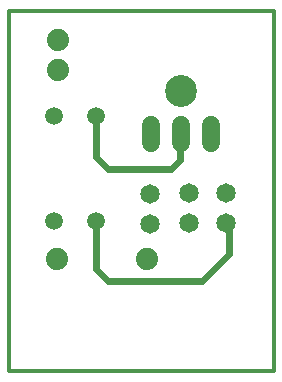
<source format=gtl>
G75*
%MOIN*%
%OFA0B0*%
%FSLAX24Y24*%
%IPPOS*%
%LPD*%
%AMOC8*
5,1,8,0,0,1.08239X$1,22.5*
%
%ADD10C,0.0120*%
%ADD11C,0.1065*%
%ADD12C,0.0600*%
%ADD13C,0.0650*%
%ADD14C,0.0740*%
%ADD15C,0.0591*%
%ADD16C,0.0240*%
D10*
X000533Y000160D02*
X000533Y012160D01*
X009383Y012160D01*
X009383Y000160D01*
X000533Y000160D01*
D11*
X006283Y009510D03*
D12*
X006283Y008360D02*
X006283Y007760D01*
X005283Y007760D02*
X005283Y008360D01*
X007283Y008360D02*
X007283Y007760D01*
D13*
X007783Y006110D03*
X007783Y005110D03*
X006533Y005110D03*
X006533Y006110D03*
X005233Y006060D03*
X005233Y005060D03*
D14*
X005133Y003910D03*
X002133Y003910D03*
X002183Y010210D03*
X002183Y011210D03*
D15*
X002033Y008660D03*
X003433Y008660D03*
X003433Y005160D03*
X002033Y005160D03*
D16*
X003433Y005160D02*
X003433Y003560D01*
X003833Y003160D01*
X006983Y003160D01*
X007883Y004060D01*
X007883Y005010D01*
X007783Y005110D01*
X005933Y006910D02*
X006233Y007210D01*
X006233Y008010D01*
X006283Y008060D01*
X005933Y006910D02*
X003833Y006910D01*
X003433Y007310D01*
X003433Y008660D01*
M02*

</source>
